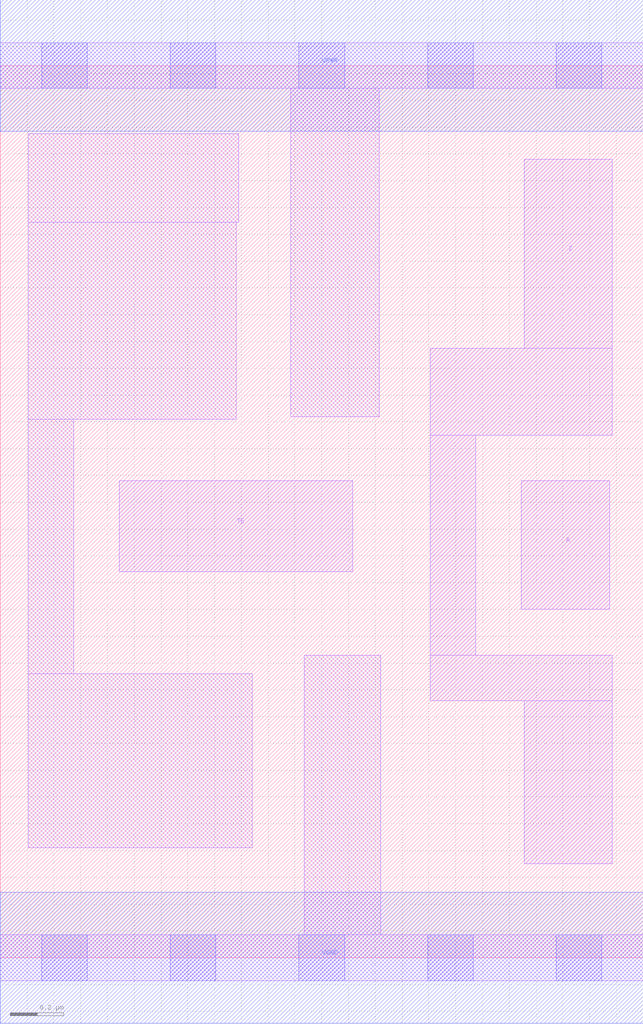
<source format=lef>
# Copyright 2020 The SkyWater PDK Authors
#
# Licensed under the Apache License, Version 2.0 (the "License");
# you may not use this file except in compliance with the License.
# You may obtain a copy of the License at
#
#     https://www.apache.org/licenses/LICENSE-2.0
#
# Unless required by applicable law or agreed to in writing, software
# distributed under the License is distributed on an "AS IS" BASIS,
# WITHOUT WARRANTIES OR CONDITIONS OF ANY KIND, either express or implied.
# See the License for the specific language governing permissions and
# limitations under the License.
#
# SPDX-License-Identifier: Apache-2.0

VERSION 5.5 ;
NAMESCASESENSITIVE ON ;
BUSBITCHARS "[]" ;
DIVIDERCHAR "/" ;
MACRO sky130_fd_sc_ls__einvp_1
  CLASS CORE ;
  SOURCE USER ;
  ORIGIN  0.000000  0.000000 ;
  SIZE  2.400000 BY  3.330000 ;
  SYMMETRY X Y ;
  SITE unit ;
  PIN A
    ANTENNAGATEAREA  0.261000 ;
    DIRECTION INPUT ;
    USE SIGNAL ;
    PORT
      LAYER li1 ;
        RECT 1.945000 1.300000 2.275000 1.780000 ;
    END
  END A
  PIN TE
    ANTENNAGATEAREA  0.237000 ;
    DIRECTION INPUT ;
    USE SIGNAL ;
    PORT
      LAYER li1 ;
        RECT 0.445000 1.440000 1.315000 1.780000 ;
    END
  END TE
  PIN Z
    ANTENNADIFFAREA  0.505900 ;
    DIRECTION OUTPUT ;
    USE SIGNAL ;
    PORT
      LAYER li1 ;
        RECT 1.605000 0.960000 2.285000 1.130000 ;
        RECT 1.605000 1.130000 1.775000 1.950000 ;
        RECT 1.605000 1.950000 2.285000 2.275000 ;
        RECT 1.955000 0.350000 2.285000 0.960000 ;
        RECT 1.955000 2.275000 2.285000 2.980000 ;
    END
  END Z
  PIN VGND
    DIRECTION INOUT ;
    SHAPE ABUTMENT ;
    USE GROUND ;
    PORT
      LAYER met1 ;
        RECT 0.000000 -0.245000 2.400000 0.245000 ;
    END
  END VGND
  PIN VPWR
    DIRECTION INOUT ;
    SHAPE ABUTMENT ;
    USE POWER ;
    PORT
      LAYER met1 ;
        RECT 0.000000 3.085000 2.400000 3.575000 ;
    END
  END VPWR
  OBS
    LAYER li1 ;
      RECT 0.000000 -0.085000 2.400000 0.085000 ;
      RECT 0.000000  3.245000 2.400000 3.415000 ;
      RECT 0.105000  0.410000 0.940000 1.060000 ;
      RECT 0.105000  1.060000 0.275000 2.010000 ;
      RECT 0.105000  2.010000 0.880000 2.745000 ;
      RECT 0.105000  2.745000 0.890000 3.075000 ;
      RECT 1.085000  2.020000 1.415000 3.245000 ;
      RECT 1.135000  0.085000 1.420000 1.130000 ;
    LAYER mcon ;
      RECT 0.155000 -0.085000 0.325000 0.085000 ;
      RECT 0.155000  3.245000 0.325000 3.415000 ;
      RECT 0.635000 -0.085000 0.805000 0.085000 ;
      RECT 0.635000  3.245000 0.805000 3.415000 ;
      RECT 1.115000 -0.085000 1.285000 0.085000 ;
      RECT 1.115000  3.245000 1.285000 3.415000 ;
      RECT 1.595000 -0.085000 1.765000 0.085000 ;
      RECT 1.595000  3.245000 1.765000 3.415000 ;
      RECT 2.075000 -0.085000 2.245000 0.085000 ;
      RECT 2.075000  3.245000 2.245000 3.415000 ;
  END
END sky130_fd_sc_ls__einvp_1

</source>
